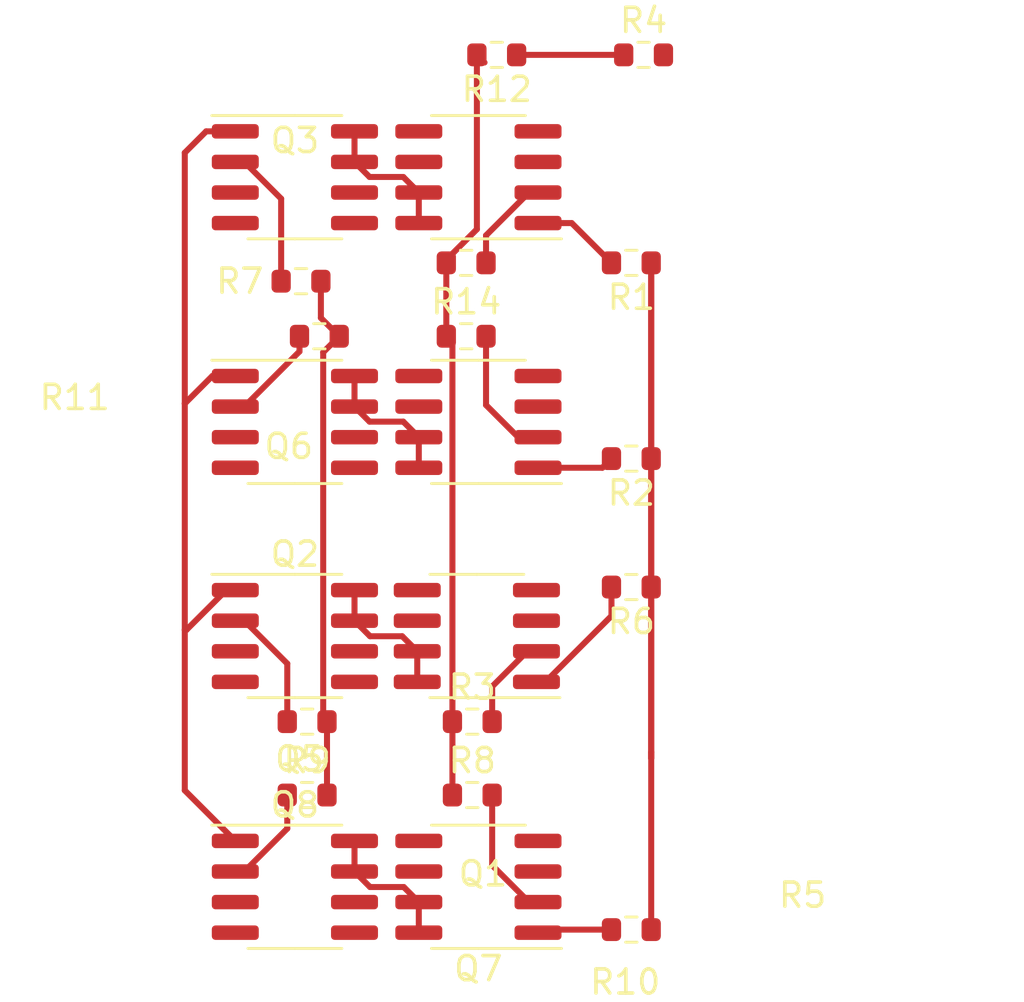
<source format=kicad_pcb>
(kicad_pcb (version 20221018) (generator pcbnew)
  (layers (0 "F.Cu" signal) (31 "B.Cu" power) (34 "B.Paste" user) (35 "F.Paste" user) (36 "B.SilkS" user "B.Silkscreen") (37 "F.SilkS" user "F.Silkscreen") (38 "B.Mask" user) (39 "F.Mask" user) (44 "Edge.Cuts" user))
  (net 0 "")
  (net 1 "Net-(Q1A-S1)")
  (net 2 "Net-(Q3A-G1)")
  (net 3 "Net-(Q3A-D1-Pad7)")
  (net 4 "Net-(Q4A-S1)")
  (net 5 "Net-(Q4A-G1)")
  (net 6 "Net-(Q5A-S1)")
  (net 7 "Net-(Q5A-G1)")
  (net 8 "Net-(Q5A-D1-Pad7)")
  (net 9 "Net-(Q6A-G1)")
  (net 10 "Net-(R1-Pad1)")
  (net 11 "GND")
  (net 12 "+5V")
  (net 13 "Net-(Q1A-G1)")
  (net 14 "Net-(Q1A-D1-Pad7)")
  (net 15 "Net-(Q2A-S1)")
  (net 16 "Net-(Q2A-G1)")
  (net 17 "Net-(Q7A-S1)")
  (net 18 "Net-(Q7A-G1)")
  (net 19 "Net-(Q7A-D1-Pad7)")
  (net 20 "Net-(Q8A-G1)")
  (footprint "Resistor_SMD:R_0603_1608Metric" (layer "F.Cu") (at 99.822 81.026 180)
    (fp_text reference "R10" (at 0.254 -2.1775) (layer "F.SilkS"))
    (fp_text value "1")
    (fp_line (start -0.237258 -0.5225) (end 0.237258 -0.5225) (stroke (width 0.12)) (layer "F.SilkS"))
    (fp_line (start -0.237258 0.5225) (end 0.237258 0.5225) (stroke (width 0.12)) (layer "F.SilkS"))
    (pad "1" smd roundrect (at -0.825 0 180) (size 0.8 0.95) (layers "F.Cu" "F.Paste" "F.Mask") (net 10 "Net-(R1-Pad1)"))
    (pad "2" smd roundrect (at 0.825 0 180) (size 0.8 0.95) (layers "F.Cu" "F.Paste" "F.Mask") (net 17 "Net-(Q7A-S1)"))
  )
  (footprint "Package_SO:SOIC-8_3.9x4.9mm_P1.27mm" (layer "F.Cu") (at 93.472 79.248 180)
    (fp_text reference "Q7" (at 0 -3.4) (layer "F.SilkS"))
    (fp_text value "FDS6898A")
    (fp_line (start 0 -2.56) (end -3.45 -2.56) (stroke (width 0.12)) (layer "F.SilkS"))
    (fp_line (start 0 -2.56) (end 1.95 -2.56) (stroke (width 0.12)) (layer "F.SilkS"))
    (fp_line (start 0 2.56) (end -1.95 2.56) (stroke (width 0.12)) (layer "F.SilkS"))
    (fp_line (start 0 2.56) (end 1.95 2.56) (stroke (width 0.12)) (layer "F.SilkS"))
    (pad "1" smd roundrect (at -2.475 -1.905 180) (size 1.95 0.6) (layers "F.Cu" "F.Paste" "F.Mask") (net 17 "Net-(Q7A-S1)"))
    (pad "2" smd roundrect (at -2.475 -0.635 180) (size 1.95 0.6) (layers "F.Cu" "F.Paste" "F.Mask") (net 18 "Net-(Q7A-G1)"))
    (pad "3" smd roundrect (at -2.475 0.635 180) (size 1.95 0.6) (layers "F.Cu" "F.Paste" "F.Mask"))
    (pad "4" smd roundrect (at -2.475 1.905 180) (size 1.95 0.6) (layers "F.Cu" "F.Paste" "F.Mask"))
    (pad "5" smd roundrect (at 2.475 1.905 180) (size 1.95 0.6) (layers "F.Cu" "F.Paste" "F.Mask"))
    (pad "6" smd roundrect (at 2.475 0.635 180) (size 1.95 0.6) (layers "F.Cu" "F.Paste" "F.Mask"))
    (pad "7" smd roundrect (at 2.475 -0.635 180) (size 1.95 0.6) (layers "F.Cu" "F.Paste" "F.Mask") (net 19 "Net-(Q7A-D1-Pad7)"))
    (pad "8" smd roundrect (at 2.475 -1.905 180) (size 1.95 0.6) (layers "F.Cu" "F.Paste" "F.Mask") (net 19 "Net-(Q7A-D1-Pad7)"))
  )
  (footprint "Resistor_SMD:R_0603_1608Metric" (layer "F.Cu") (at 99.822 66.802 180)
    (fp_text reference "R6" (at 0 -1.43) (layer "F.SilkS"))
    (fp_text value "1")
    (fp_line (start -0.237258 -0.5225) (end 0.237258 -0.5225) (stroke (width 0.12)) (layer "F.SilkS"))
    (fp_line (start -0.237258 0.5225) (end 0.237258 0.5225) (stroke (width 0.12)) (layer "F.SilkS"))
    (pad "1" smd roundrect (at -0.825 0 180) (size 0.8 0.95) (layers "F.Cu" "F.Paste" "F.Mask") (net 10 "Net-(R1-Pad1)"))
    (pad "2" smd roundrect (at 0.825 0 180) (size 0.8 0.95) (layers "F.Cu" "F.Paste" "F.Mask") (net 1 "Net-(Q1A-S1)"))
  )
  (footprint "Resistor_SMD:R_0603_1608Metric" (layer "F.Cu") (at 93.218 75.438)
    (fp_text reference "R8" (at 0 -1.43) (layer "F.SilkS"))
    (fp_text value "200")
    (fp_line (start -0.237258 -0.5225) (end 0.237258 -0.5225) (stroke (width 0.12)) (layer "F.SilkS"))
    (fp_line (start -0.237258 0.5225) (end 0.237258 0.5225) (stroke (width 0.12)) (layer "F.SilkS"))
    (pad "1" smd roundrect (at -0.825 0) (size 0.8 0.95) (layers "F.Cu" "F.Paste" "F.Mask") (net 12 "+5V"))
    (pad "2" smd roundrect (at 0.825 0) (size 0.8 0.95) (layers "F.Cu" "F.Paste" "F.Mask") (net 18 "Net-(Q7A-G1)"))
  )
  (footprint "Package_SO:SOIC-8_3.9x4.9mm_P1.27mm" (layer "F.Cu") (at 85.852 68.834)
    (fp_text reference "Q2" (at 0 -3.4) (layer "F.SilkS"))
    (fp_text value "FDS6898A")
    (fp_line (start 0 -2.56) (end -3.45 -2.56) (stroke (width 0.12)) (layer "F.SilkS"))
    (fp_line (start 0 -2.56) (end 1.95 -2.56) (stroke (width 0.12)) (layer "F.SilkS"))
    (fp_line (start 0 2.56) (end -1.95 2.56) (stroke (width 0.12)) (layer "F.SilkS"))
    (fp_line (start 0 2.56) (end 1.95 2.56) (stroke (width 0.12)) (layer "F.SilkS"))
    (pad "1" smd roundrect (at -2.475 -1.905) (size 1.95 0.6) (layers "F.Cu" "F.Paste" "F.Mask") (net 15 "Net-(Q2A-S1)"))
    (pad "2" smd roundrect (at -2.475 -0.635) (size 1.95 0.6) (layers "F.Cu" "F.Paste" "F.Mask") (net 16 "Net-(Q2A-G1)"))
    (pad "3" smd roundrect (at -2.475 0.635) (size 1.95 0.6) (layers "F.Cu" "F.Paste" "F.Mask"))
    (pad "4" smd roundrect (at -2.475 1.905) (size 1.95 0.6) (layers "F.Cu" "F.Paste" "F.Mask"))
    (pad "5" smd roundrect (at 2.475 1.905) (size 1.95 0.6) (layers "F.Cu" "F.Paste" "F.Mask"))
    (pad "6" smd roundrect (at 2.475 0.635) (size 1.95 0.6) (layers "F.Cu" "F.Paste" "F.Mask"))
    (pad "7" smd roundrect (at 2.475 -0.635) (size 1.95 0.6) (layers "F.Cu" "F.Paste" "F.Mask") (net 14 "Net-(Q1A-D1-Pad7)"))
    (pad "8" smd roundrect (at 2.475 -1.905) (size 1.95 0.6) (layers "F.Cu" "F.Paste" "F.Mask") (net 14 "Net-(Q1A-D1-Pad7)"))
  )
  (footprint "Resistor_SMD:R_0603_1608Metric" (layer "F.Cu") (at 93.218 72.39)
    (fp_text reference "R3" (at 0 -1.43) (layer "F.SilkS"))
    (fp_text value "200")
    (fp_line (start -0.237258 -0.5225) (end 0.237258 -0.5225) (stroke (width 0.12)) (layer "F.SilkS"))
    (fp_line (start -0.237258 0.5225) (end 0.237258 0.5225) (stroke (width 0.12)) (layer "F.SilkS"))
    (pad "1" smd roundrect (at -0.825 0) (size 0.8 0.95) (layers "F.Cu" "F.Paste" "F.Mask") (net 12 "+5V"))
    (pad "2" smd roundrect (at 0.825 0) (size 0.8 0.95) (layers "F.Cu" "F.Paste" "F.Mask") (net 13 "Net-(Q1A-G1)"))
  )
  (footprint "Resistor_SMD:R_0603_1608Metric" (layer "F.Cu") (at 99.822 53.34 180)
    (fp_text reference "R1" (at 0 -1.43) (layer "F.SilkS"))
    (fp_text value "1")
    (fp_line (start -0.237258 -0.5225) (end 0.237258 -0.5225) (stroke (width 0.12)) (layer "F.SilkS"))
    (fp_line (start -0.237258 0.5225) (end 0.237258 0.5225) (stroke (width 0.12)) (layer "F.SilkS"))
    (pad "1" smd roundrect (at -0.825 0 180) (size 0.8 0.95) (layers "F.Cu" "F.Paste" "F.Mask") (net 10 "Net-(R1-Pad1)"))
    (pad "2" smd roundrect (at 0.825 0 180) (size 0.8 0.95) (layers "F.Cu" "F.Paste" "F.Mask") (net 4 "Net-(Q4A-S1)"))
  )
  (footprint "Resistor_SMD:R_0603_1608Metric" (layer "F.Cu") (at 86.106 54.102)
    (fp_text reference "R7" (at -2.54 0) (layer "F.SilkS"))
    (fp_text value "200" hide)
    (fp_line (start -0.237258 -0.5225) (end 0.237258 -0.5225) (stroke (width 0.12)) (layer "F.SilkS"))
    (fp_line (start -0.237258 0.5225) (end 0.237258 0.5225) (stroke (width 0.12)) (layer "F.SilkS"))
    (pad "1" smd roundrect (at -0.825 0) (size 0.8 0.95) (layers "F.Cu" "F.Paste" "F.Mask") (net 2 "Net-(Q3A-G1)"))
    (pad "2" smd roundrect (at 0.825 0) (size 0.8 0.95) (layers "F.Cu" "F.Paste" "F.Mask") (net 12 "+5V"))
  )
  (footprint "Resistor_SMD:R_0603_1608Metric" (layer "F.Cu") (at 99.822 61.468 180)
    (fp_text reference "R2" (at 0 -1.43) (layer "F.SilkS"))
    (fp_text value "1")
    (fp_line (start -0.237258 -0.5225) (end 0.237258 -0.5225) (stroke (width 0.12)) (layer "F.SilkS"))
    (fp_line (start -0.237258 0.5225) (end 0.237258 0.5225) (stroke (width 0.12)) (layer "F.SilkS"))
    (pad "1" smd roundrect (at -0.825 0 180) (size 0.8 0.95) (layers "F.Cu" "F.Paste" "F.Mask") (net 10 "Net-(R1-Pad1)"))
    (pad "2" smd roundrect (at 0.825 0 180) (size 0.8 0.95) (layers "F.Cu" "F.Paste" "F.Mask") (net 6 "Net-(Q5A-S1)"))
  )
  (footprint "Package_SO:SOIC-8_3.9x4.9mm_P1.27mm" (layer "F.Cu") (at 85.852 59.944)
    (fp_text reference "Q6" (at -0.254 1.016 180) (layer "F.SilkS"))
    (fp_text value "FDS6898A" hide)
    (fp_line (start 0 -2.56) (end -3.45 -2.56) (stroke (width 0.12)) (layer "F.SilkS"))
    (fp_line (start 0 -2.56) (end 1.95 -2.56) (stroke (width 0.12)) (layer "F.SilkS"))
    (fp_line (start 0 2.56) (end -1.95 2.56) (stroke (width 0.12)) (layer "F.SilkS"))
    (fp_line (start 0 2.56) (end 1.95 2.56) (stroke (width 0.12)) (layer "F.SilkS"))
    (pad "1" smd roundrect (at -2.475 -1.905) (size 1.95 0.6) (layers "F.Cu" "F.Paste" "F.Mask") (net 15 "Net-(Q2A-S1)"))
    (pad "2" smd roundrect (at -2.475 -0.635) (size 1.95 0.6) (layers "F.Cu" "F.Paste" "F.Mask") (net 9 "Net-(Q6A-G1)"))
    (pad "3" smd roundrect (at -2.475 0.635) (size 1.95 0.6) (layers "F.Cu" "F.Paste" "F.Mask"))
    (pad "4" smd roundrect (at -2.475 1.905) (size 1.95 0.6) (layers "F.Cu" "F.Paste" "F.Mask"))
    (pad "5" smd roundrect (at 2.475 1.905) (size 1.95 0.6) (layers "F.Cu" "F.Paste" "F.Mask"))
    (pad "6" smd roundrect (at 2.475 0.635) (size 1.95 0.6) (layers "F.Cu" "F.Paste" "F.Mask"))
    (pad "7" smd roundrect (at 2.475 -0.635) (size 1.95 0.6) (layers "F.Cu" "F.Paste" "F.Mask") (net 8 "Net-(Q5A-D1-Pad7)"))
    (pad "8" smd roundrect (at 2.475 -1.905) (size 1.95 0.6) (layers "F.Cu" "F.Paste" "F.Mask") (net 8 "Net-(Q5A-D1-Pad7)"))
  )
  (footprint "Resistor_SMD:R_0603_1608Metric" (layer "F.Cu") (at 100.33 44.704)
    (fp_text reference "R4" (at 0 -1.43) (layer "F.SilkS"))
    (fp_text value "20k")
    (fp_line (start -0.237258 -0.5225) (end 0.237258 -0.5225) (stroke (width 0.12)) (layer "F.SilkS"))
    (fp_line (start -0.237258 0.5225) (end 0.237258 0.5225) (stroke (width 0.12)) (layer "F.SilkS"))
    (pad "1" smd roundrect (at -0.825 0) (size 0.8 0.95) (layers "F.Cu" "F.Paste" "F.Mask") (net 11 "GND"))
    (pad "2" smd roundrect (at 0.825 0) (size 0.8 0.95) (layers "F.Cu" "F.Paste" "F.Mask") (net 12 "+5V"))
  )
  (footprint "Package_SO:SOIC-8_3.9x4.9mm_P1.27mm" (layer "F.Cu") (at 85.852 49.784)
    (fp_text reference "Q3" (at 0 -1.524) (layer "F.SilkS"))
    (fp_text value "FDS6898A")
    (fp_line (start 0 -2.56) (end -3.45 -2.56) (stroke (width 0.12)) (layer "F.SilkS"))
    (fp_line (start 0 -2.56) (end 1.95 -2.56) (stroke (width 0.12)) (layer "F.SilkS"))
    (fp_line (start 0 2.56) (end -1.95 2.56) (stroke (width 0.12)) (layer "F.SilkS"))
    (fp_line (start 0 2.56) (end 1.95 2.56) (stroke (width 0.12)) (layer "F.SilkS"))
    (pad "1" smd roundrect (at -2.475 -1.905) (size 1.95 0.6) (layers "F.Cu" "F.Paste" "F.Mask") (net 15 "Net-(Q2A-S1)"))
    (pad "2" smd roundrect (at -2.475 -0.635) (size 1.95 0.6) (layers "F.Cu" "F.Paste" "F.Mask") (net 2 "Net-(Q3A-G1)"))
    (pad "3" smd roundrect (at -2.475 0.635) (size 1.95 0.6) (layers "F.Cu" "F.Paste" "F.Mask"))
    (pad "4" smd roundrect (at -2.475 1.905) (size 1.95 0.6) (layers "F.Cu" "F.Paste" "F.Mask"))
    (pad "5" smd roundrect (at 2.475 1.905) (size 1.95 0.6) (layers "F.Cu" "F.Paste" "F.Mask"))
    (pad "6" smd roundrect (at 2.475 0.635) (size 1.95 0.6) (layers "F.Cu" "F.Paste" "F.Mask"))
    (pad "7" smd roundrect (at 2.475 -0.635) (size 1.95 0.6) (layers "F.Cu" "F.Paste" "F.Mask") (net 3 "Net-(Q3A-D1-Pad7)"))
    (pad "8" smd roundrect (at 2.475 -1.905) (size 1.95 0.6) (layers "F.Cu" "F.Paste" "F.Mask") (net 3 "Net-(Q3A-D1-Pad7)"))
  )
  (footprint "Package_SO:SOIC-8_3.9x4.9mm_P1.27mm" (layer "F.Cu") (at 93.407 68.834 180)
    (fp_text reference "Q1" (at -0.254 -9.877) (layer "F.SilkS"))
    (fp_text value "FDS6898A" hide)
    (fp_line (start 0 -2.56) (end -3.45 -2.56) (stroke (width 0.12)) (layer "F.SilkS"))
    (fp_line (start 0 -2.56) (end 1.95 -2.56) (stroke (width 0.12)) (layer "F.SilkS"))
    (fp_line (start 0 2.56) (end -1.95 2.56) (stroke (width 0.12)) (layer "F.SilkS"))
    (fp_line (start 0 2.56) (end 1.95 2.56) (stroke (width 0.12)) (layer "F.SilkS"))
    (pad "1" smd roundrect (at -2.475 -1.905 180) (size 1.95 0.6) (layers "F.Cu" "F.Paste" "F.Mask") (net 1 "Net-(Q1A-S1)"))
    (pad "2" smd roundrect (at -2.475 -0.635 180) (size 1.95 0.6) (layers "F.Cu" "F.Paste" "F.Mask") (net 13 "Net-(Q1A-G1)"))
    (pad "3" smd roundrect (at -2.475 0.635 180) (size 1.95 0.6) (layers "F.Cu" "F.Paste" "F.Mask"))
    (pad "4" smd roundrect (at -2.475 1.905 180) (size 1.95 0.6) (layers "F.Cu" "F.Paste" "F.Mask"))
    (pad "5" smd roundrect (at 2.475 1.905 180) (size 1.95 0.6) (layers "F.Cu" "F.Paste" "F.Mask"))
    (pad "6" smd roundrect (at 2.475 0.635 180) (size 1.95 0.6) (layers "F.Cu" "F.Paste" "F.Mask"))
    (pad "7" smd roundrect (at 2.475 -0.635 180) (size 1.95 0.6) (layers "F.Cu" "F.Paste" "F.Mask") (net 14 "Net-(Q1A-D1-Pad7)"))
    (pad "8" smd roundrect (at 2.475 -1.905 180) (size 1.95 0.6) (layers "F.Cu" "F.Paste" "F.Mask") (net 14 "Net-(Q1A-D1-Pad7)"))
  )
  (footprint "Resistor_SMD:R_0603_1608Metric" (layer "F.Cu") (at 86.36 75.438)
    (fp_text reference "R9" (at 0 -1.43) (layer "F.SilkS"))
    (fp_text value "200")
    (fp_line (start -0.237258 -0.5225) (end 0.237258 -0.5225) (stroke (width 0.12)) (layer "F.SilkS"))
    (fp_line (start -0.237258 0.5225) (end 0.237258 0.5225) (stroke (width 0.12)) (layer "F.SilkS"))
    (pad "1" smd roundrect (at -0.825 0) (size 0.8 0.95) (layers "F.Cu" "F.Paste" "F.Mask") (net 20 "Net-(Q8A-G1)"))
    (pad "2" smd roundrect (at 0.825 0) (size 0.8 0.95) (layers "F.Cu" "F.Paste" "F.Mask") (net 12 "+5V"))
  )
  (footprint "Package_SO:SOIC-8_3.9x4.9mm_P1.27mm" (layer "F.Cu") (at 85.852 79.248)
    (fp_text reference "Q8" (at 0 -3.4) (layer "F.SilkS"))
    (fp_text value "FDS6898A")
    (fp_line (start 0 -2.56) (end -3.45 -2.56) (stroke (width 0.12)) (layer "F.SilkS"))
    (fp_line (start 0 -2.56) (end 1.95 -2.56) (stroke (width 0.12)) (layer "F.SilkS"))
    (fp_line (start 0 2.56) (end -1.95 2.56) (stroke (width 0.12)) (layer "F.SilkS"))
    (fp_line (start 0 2.56) (end 1.95 2.56) (stroke (width 0.12)) (layer "F.SilkS"))
    (pad "1" smd roundrect (at -2.475 -1.905) (size 1.95 0.6) (layers "F.Cu" "F.Paste" "F.Mask") (net 15 "Net-(Q2A-S1)"))
    (pad "2" smd roundrect (at -2.475 -0.635) (size 1.95 0.6) (layers "F.Cu" "F.Paste" "F.Mask") (net 20 "Net-(Q8A-G1)"))
    (pad "3" smd roundrect (at -2.475 0.635) (size 1.95 0.6) (layers "F.Cu" "F.Paste" "F.Mask"))
    (pad "4" smd roundrect (at -2.475 1.905) (size 1.95 0.6) (layers "F.Cu" "F.Paste" "F.Mask"))
    (pad "5" smd roundrect (at 2.475 1.905) (size 1.95 0.6) (layers "F.Cu" "F.Paste" "F.Mask"))
    (pad "6" smd roundrect (at 2.475 0.635) (size 1.95 0.6) (layers "F.Cu" "F.Paste" "F.Mask"))
    (pad "7" smd roundrect (at 2.475 -0.635) (size 1.95 0.6) (layers "F.Cu" "F.Paste" "F.Mask") (net 19 "Net-(Q7A-D1-Pad7)"))
    (pad "8" smd roundrect (at 2.475 -1.905) (size 1.95 0.6) (layers "F.Cu" "F.Paste" "F.Mask") (net 19 "Net-(Q7A-D1-Pad7)"))
  )
  (footprint "Package_SO:SOIC-8_3.9x4.9mm_P1.27mm" (layer "F.Cu") (at 93.472 59.944 180)
    (fp_text reference "Q5" (at 7.431 -13.999 180) (layer "F.SilkS"))
    (fp_text value "FDS6898A")
    (fp_line (start 0 -2.56) (end -3.45 -2.56) (stroke (width 0.12)) (layer "F.SilkS"))
    (fp_line (start 0 -2.56) (end 1.95 -2.56) (stroke (width 0.12)) (layer "F.SilkS"))
    (fp_line (start 0 2.56) (end -1.95 2.56) (stroke (width 0.12)) (layer "F.SilkS"))
    (fp_line (start 0 2.56) (end 1.95 2.56) (stroke (width 0.12)) (layer "F.SilkS"))
    (pad "1" smd roundrect (at -2.475 -1.905 180) (size 1.95 0.6) (layers "F.Cu" "F.Paste" "F.Mask") (net 6 "Net-(Q5A-S1)"))
    (pad "2" smd roundrect (at -2.475 -0.635 180) (size 1.95 0.6) (layers "F.Cu" "F.Paste" "F.Mask") (net 7 "Net-(Q5A-G1)"))
    (pad "3" smd roundrect (at -2.475 0.635 180) (size 1.95 0.6) (layers "F.Cu" "F.Paste" "F.Mask"))
    (pad "4" smd roundrect (at -2.475 1.905 180) (size 1.95 0.6) (layers "F.Cu" "F.Paste" "F.Mask"))
    (pad "5" smd roundrect (at 2.475 1.905 180) (size 1.95 0.6) (layers "F.Cu" "F.Paste" "F.Mask"))
    (pad "6" smd roundrect (at 2.475 0.635 180) (size 1.95 0.6) (layers "F.Cu" "F.Paste" "F.Mask"))
    (pad "7" smd roundrect (at 2.475 -0.635 180) (size 1.95 0.6) (layers "F.Cu" "F.Paste" "F.Mask") (net 8 "Net-(Q5A-D1-Pad7)"))
    (pad "8" smd roundrect (at 2.475 -1.905 180) (size 1.95 0.6) (layers "F.Cu" "F.Paste" "F.Mask") (net 8 "Net-(Q5A-D1-Pad7)"))
  )
  (footprint "Resistor_SMD:R_0603_1608Metric" (layer "F.Cu") (at 86.868 56.388)
    (fp_text reference "R11" (at -10.16 2.54) (layer "F.SilkS"))
    (fp_text value "200")
    (fp_line (start -0.237258 -0.5225) (end 0.237258 -0.5225) (stroke (width 0.12)) (layer "F.SilkS"))
    (fp_line (start -0.237258 0.5225) (end 0.237258 0.5225) (stroke (width 0.12)) (layer "F.SilkS"))
    (pad "1" smd roundrect (at -0.825 0) (size 0.8 0.95) (layers "F.Cu" "F.Paste" "F.Mask") (net 9 "Net-(Q6A-G1)"))
    (pad "2" smd roundrect (at 0.825 0) (size 0.8 0.95) (layers "F.Cu" "F.Paste" "F.Mask") (net 12 "+5V"))
  )
  (footprint "Package_SO:SOIC-8_3.9x4.9mm_P1.27mm" (layer "F.Cu") (at 93.472 49.784 180)
    (fp_text reference "Q4" hide)
    (fp_text value "FDS6898A")
    (fp_line (start 0 -2.56) (end -3.45 -2.56) (stroke (width 0.12)) (layer "F.SilkS"))
    (fp_line (start 0 -2.56) (end 1.95 -2.56) (stroke (width 0.12)) (layer "F.SilkS"))
    (fp_line (start 0 2.56) (end -1.95 2.56) (stroke (width 0.12)) (layer "F.SilkS"))
    (fp_line (start 0 2.56) (end 1.95 2.56) (stroke (width 0.12)) (layer "F.SilkS"))
    (pad "1" smd roundrect (at -2.475 -1.905 180) (size 1.95 0.6) (layers "F.Cu" "F.Paste" "F.Mask") (net 4 "Net-(Q4A-S1)"))
    (pad "2" smd roundrect (at -2.475 -0.635 180) (size 1.95 0.6) (layers "F.Cu" "F.Paste" "F.Mask") (net 5 "Net-(Q4A-G1)"))
    (pad "3" smd roundrect (at -2.475 0.635 180) (size 1.95 0.6) (layers "F.Cu" "F.Paste" "F.Mask"))
    (pad "4" smd roundrect (at -2.475 1.905 180) (size 1.95 0.6) (layers "F.Cu" "F.Paste" "F.Mask"))
    (pad "5" smd roundrect (at 2.475 1.905 180) (size 1.95 0.6) (layers "F.Cu" "F.Paste" "F.Mask"))
    (pad "6" smd roundrect (at 2.475 0.635 180) (size 1.95 0.6) (layers "F.Cu" "F.Paste" "F.Mask"))
    (pad "7" smd roundrect (at 2.475 -0.635 180) (size 1.95 0.6) (layers "F.Cu" "F.Paste" "F.Mask") (net 3 "Net-(Q3A-D1-Pad7)"))
    (pad "8" smd roundrect (at 2.475 -1.905 180) (size 1.95 0.6) (layers "F.Cu" "F.Paste" "F.Mask") (net 3 "Net-(Q3A-D1-Pad7)"))
  )
  (footprint "Resistor_SMD:R_0603_1608Metric" (layer "F.Cu") (at 92.964 53.34 180)
    (fp_text reference "R13" hide)
    (fp_text value "200" hide)
    (fp_line (start -0.237258 -0.5225) (end 0.237258 -0.5225) (stroke (width 0.12)) (layer "F.SilkS"))
    (fp_line (start -0.237258 0.5225) (end 0.237258 0.5225) (stroke (width 0.12)) (layer "F.SilkS"))
    (pad "1" smd roundrect (at -0.825 0 180) (size 0.8 0.95) (layers "F.Cu" "F.Paste" "F.Mask") (net 5 "Net-(Q4A-G1)"))
    (pad "2" smd roundrect (at 0.825 0 180) (size 0.8 0.95) (layers "F.Cu" "F.Paste" "F.Mask") (net 12 "+5V"))
  )
  (footprint "Resistor_SMD:R_0603_1608Metric" (layer "F.Cu") (at 92.964 56.388)
    (fp_text reference "R14" (at 0 -1.43) (layer "F.SilkS"))
    (fp_text value "200" hide)
    (fp_line (start -0.237258 -0.5225) (end 0.237258 -0.5225) (stroke (width 0.12)) (layer "F.SilkS"))
    (fp_line (start -0.237258 0.5225) (end 0.237258 0.5225) (stroke (width 0.12)) (layer "F.SilkS"))
    (pad "1" smd roundrect (at -0.825 0) (size 0.8 0.95) (layers "F.Cu" "F.Paste" "F.Mask") (net 12 "+5V"))
    (pad "2" smd roundrect (at 0.825 0) (size 0.8 0.95) (layers "F.Cu" "F.Paste" "F.Mask") (net 7 "Net-(Q5A-G1)"))
  )
  (footprint "Resistor_SMD:R_0603_1608Metric" (layer "F.Cu") (at 86.36 72.39)
    (fp_text reference "R5" (at 20.574 7.206) (layer "F.SilkS"))
    (fp_text value "200")
    (fp_line (start -0.237258 -0.5225) (end 0.237258 -0.5225) (stroke (width 0.12)) (layer "F.SilkS"))
    (fp_line (start -0.237258 0.5225) (end 0.237258 0.5225) (stroke (width 0.12)) (layer "F.SilkS"))
    (pad "1" smd roundrect (at -0.825 0) (size 0.8 0.95) (layers "F.Cu" "F.Paste" "F.Mask") (net 16 "Net-(Q2A-G1)"))
    (pad "2" smd roundrect (at 0.825 0) (size 0.8 0.95) (layers "F.Cu" "F.Paste" "F.Mask") (net 12 "+5V"))
  )
  (footprint "Resistor_SMD:R_0603_1608Metric" (layer "F.Cu") (at 94.234 44.704 180)
    (fp_text reference "R12" (at 0 -1.43) (layer "F.SilkS"))
    (fp_text value "20k")
    (fp_line (start -0.237258 -0.5225) (end 0.237258 -0.5225) (stroke (width 0.12)) (layer "F.SilkS"))
    (fp_line (start -0.237258 0.5225) (end 0.237258 0.5225) (stroke (width 0.12)) (layer "F.SilkS"))
    (pad "1" smd roundrect (at -0.825 0 180) (size 0.8 0.95) (layers "F.Cu" "F.Paste" "F.Mask") (net 11 "GND"))
    (pad "2" smd roundrect (at 0.825 0 180) (size 0.8 0.95) (layers "F.Cu" "F.Paste" "F.Mask") (net 12 "+5V"))
  )
  (segment (start 96.258751 70.739) (end 98.997 68.000751) (width 0.25) (layer "F.Cu") (net 1))
  (segment (start 98.997 68.000751) (end 98.997 66.802) (width 0.25) (layer "F.Cu") (net 1))
  (segment (start 95.882 70.739) (end 96.258751 70.739) (width 0.25) (layer "F.Cu") (net 1))
  (segment (start 83.377 49.149) (end 83.753751 49.149) (width 0.25) (layer "F.Cu") (net 2))
  (segment (start 84.201 49.149) (end 83.377 49.149) (width 0.25) (layer "F.Cu") (net 2))
  (segment (start 83.000249 49.149) (end 83.377 49.149) (width 0.25) (layer "F.Cu") (net 2))
  (segment (start 83.753751 49.149) (end 85.281 50.676249) (width 0.25) (layer "F.Cu") (net 2))
  (segment (start 85.281 50.676249) (end 85.281 54.102) (width 0.25) (layer "F.Cu") (net 2))
  (segment (start 88.327 49.149) (end 88.327 47.879) (width 0.25) (layer "F.Cu") (net 3))
  (segment (start 90.352 49.774) (end 90.997 50.419) (width 0.25) (layer "F.Cu") (net 3))
  (segment (start 88.327 49.149) (end 88.952 49.774) (width 0.25) (layer "F.Cu") (net 3))
  (segment (start 90.997 51.689) (end 90.997 50.419) (width 0.25) (layer "F.Cu") (net 3))
  (segment (start 88.952 49.774) (end 90.352 49.774) (width 0.25) (layer "F.Cu") (net 3))
  (segment (start 97.346 51.689) (end 95.947 51.689) (width 0.25) (layer "F.Cu") (net 4))
  (segment (start 98.997 53.34) (end 97.346 51.689) (width 0.25) (layer "F.Cu") (net 4))
  (segment (start 93.789 53.34) (end 93.789 52.200249) (width 0.25) (layer "F.Cu") (net 5))
  (segment (start 95.570249 50.419) (end 95.947 50.419) (width 0.25) (layer "F.Cu") (net 5))
  (segment (start 93.789 52.200249) (end 95.570249 50.419) (width 0.25) (layer "F.Cu") (net 5))
  (segment (start 95.947 61.849) (end 98.616 61.849) (width 0.25) (layer "F.Cu") (net 6))
  (segment (start 98.616 61.849) (end 98.997 61.468) (width 0.25) (layer "F.Cu") (net 6))
  (segment (start 95.123 60.579) (end 95.947 60.579) (width 0.25) (layer "F.Cu") (net 7))
  (segment (start 93.789 56.388) (end 93.789 59.245) (width 0.25) (layer "F.Cu") (net 7))
  (segment (start 93.789 59.245) (end 95.123 60.579) (width 0.25) (layer "F.Cu") (net 7))
  (segment (start 90.352 59.934) (end 90.997 60.579) (width 0.25) (layer "F.Cu") (net 8))
  (segment (start 88.327 59.309) (end 88.952 59.934) (width 0.25) (layer "F.Cu") (net 8))
  (segment (start 88.327 58.039) (end 88.327 59.309) (width 0.25) (layer "F.Cu") (net 8))
  (segment (start 90.997 60.579) (end 90.997 61.849) (width 0.25) (layer "F.Cu") (net 8))
  (segment (start 88.952 59.934) (end 90.352 59.934) (width 0.25) (layer "F.Cu") (net 8))
  (segment (start 83.753751 59.309) (end 86.043 57.019751) (width 0.25) (layer "F.Cu") (net 9))
  (segment (start 83.377 59.309) (end 83.753751 59.309) (width 0.25) (layer "F.Cu") (net 9))
  (segment (start 86.043 57.019751) (end 86.043 56.388) (width 0.25) (layer "F.Cu") (net 9))
  (segment (start 100.647 61.468) (end 100.647 66.802) (width 0.25) (layer "F.Cu") (net 10))
  (segment (start 100.647 73.914) (end 100.647 53.34) (width 0.25) (layer "F.Cu") (net 10))
  (segment (start 100.647 66.802) (end 100.647 73.66) (width 0.25) (layer "F.Cu") (net 10))
  (segment (start 100.647 73.66) (end 100.647 81.026) (width 0.25) (layer "F.Cu") (net 10))
  (segment (start 100.647 53.34) (end 100.647 61.468) (width 0.25) (layer "F.Cu") (net 10))
  (segment (start 100.647 73.66) (end 100.647 73.914) (width 0.25) (layer "F.Cu") (net 10))
  (segment (start 95.059 44.704) (end 99.505 44.704) (width 0.25) (layer "F.Cu") (net 11))
  (segment (start 87.185 72.39) (end 87.027 72.232) (width 0.25) (layer "F.Cu") (net 12))
  (segment (start 93.409 51.943853) (end 93.409 44.704) (width 0.25) (layer "F.Cu") (net 12))
  (segment (start 87.185 72.39) (end 87.185 75.438) (width 0.25) (layer "F.Cu") (net 12))
  (segment (start 92.139 53.34) (end 92.139 56.388) (width 0.25) (layer "F.Cu") (net 12))
  (segment (start 92.393 75.438) (end 92.393 72.39) (width 0.25) (layer "F.Cu") (net 12))
  (segment (start 92.139 53.213853) (end 93.409 51.943853) (width 0.25) (layer "F.Cu") (net 12))
  (segment (start 87.027 57.054) (end 87.693 56.388) (width 0.25) (layer "F.Cu") (net 12))
  (segment (start 86.931 54.102) (end 86.931 55.626) (width 0.25) (layer "F.Cu") (net 12))
  (segment (start 86.931 55.626) (end 87.693 56.388) (width 0.25) (layer "F.Cu") (net 12))
  (segment (start 92.139 53.34) (end 92.139 53.213853) (width 0.25) (layer "F.Cu") (net 12))
  (segment (start 92.393 72.39) (end 92.393 56.642) (width 0.25) (layer "F.Cu") (net 12))
  (segment (start 92.393 56.642) (end 92.139 56.388) (width 0.25) (layer "F.Cu") (net 12))
  (segment (start 87.027 72.232) (end 87.027 57.054) (width 0.25) (layer "F.Cu") (net 12))
  (segment (start 93.726 45.021) (end 93.409 44.704) (width 0.25) (layer "F.Cu") (net 12))
  (segment (start 95.505249 69.469) (end 95.882 69.469) (width 0.25) (layer "F.Cu") (net 13))
  (segment (start 94.043 70.931249) (end 95.505249 69.469) (width 0.25) (layer "F.Cu") (net 13))
  (segment (start 94.043 72.39) (end 94.043 70.931249) (width 0.25) (layer "F.Cu") (net 13))
  (segment (start 88.327 68.199) (end 88.327 66.929) (width 0.25) (layer "F.Cu") (net 14))
  (segment (start 90.932 69.469) (end 90.307 68.844) (width 0.25) (layer "F.Cu") (net 14))
  (segment (start 90.932 70.739) (end 90.932 69.469) (width 0.25) (layer "F.Cu") (net 14))
  (segment (start 90.307 68.844) (end 88.972 68.844) (width 0.25) (layer "F.Cu") (net 14))
  (segment (start 88.972 68.844) (end 88.327 68.199) (width 0.25) (layer "F.Cu") (net 14))
  (segment (start 83.377 77.343) (end 81.28 75.246) (width 0.25) (layer "F.Cu") (net 15))
  (segment (start 83.000249 66.929) (end 81.349249 68.58) (width 0.25) (layer "F.Cu") (net 15))
  (segment (start 81.28 59.182) (end 81.28 68.58) (width 0.25) (layer "F.Cu") (net 15))
  (segment (start 83.377 77.343) (end 83.000249 77.343) (width 0.25) (layer "F.Cu") (net 15))
  (segment (start 83.377 66.929) (end 83.000249 66.929) (width 0.25) (layer "F.Cu") (net 15))
  (segment (start 83.377 58.039) (end 82.423 58.039) (width 0.25) (layer "F.Cu") (net 15))
  (segment (start 81.349249 68.58) (end 81.28 68.58) (width 0.25) (layer "F.Cu") (net 15))
  (segment (start 81.28 48.768) (end 81.28 59.182) (width 0.25) (layer "F.Cu") (net 15))
  (segment (start 83.377 47.879) (end 82.169 47.879) (width 0.25) (layer "F.Cu") (net 15))
  (segment (start 82.169 47.879) (end 81.28 48.768) (width 0.25) (layer "F.Cu") (net 15))
  (segment (start 81.28 75.246) (end 81.28 68.58) (width 0.25) (layer "F.Cu") (net 15))
  (segment (start 82.423 58.039) (end 81.28 59.182) (width 0.25) (layer "F.Cu") (net 15))
  (segment (start 85.535 69.980249) (end 83.753751 68.199) (width 0.25) (layer "F.Cu") (net 16))
  (segment (start 83.753751 68.199) (end 83.377 68.199) (width 0.25) (layer "F.Cu") (net 16))
  (segment (start 85.535 72.39) (end 85.535 69.980249) (width 0.25) (layer "F.Cu") (net 16))
  (segment (start 96.074 81.026) (end 95.947 81.153) (width 0.25) (layer "F.Cu") (net 17))
  (segment (start 98.997 81.026) (end 96.074 81.026) (width 0.25) (layer "F.Cu") (net 17))
  (segment (start 95.570249 79.883) (end 95.947 79.883) (width 0.25) (layer "F.Cu") (net 18))
  (segment (start 94.043 75.438) (end 94.043 78.355751) (width 0.25) (layer "F.Cu") (net 18))
  (segment (start 94.043 78.355751) (end 95.570249 79.883) (width 0.25) (layer "F.Cu") (net 18))
  (segment (start 90.997 79.883) (end 90.372 79.258) (width 0.25) (layer "F.Cu") (net 19))
  (segment (start 88.327 77.343) (end 88.327 78.613) (width 0.25) (layer "F.Cu") (net 19))
  (segment (start 88.972 79.258) (end 88.327 78.613) (width 0.25) (layer "F.Cu") (net 19))
  (segment (start 90.997 81.153) (end 90.997 79.883) (width 0.25) (layer "F.Cu") (net 19))
  (segment (start 90.372 79.258) (end 88.972 79.258) (width 0.25) (layer "F.Cu") (net 19))
  (segment (start 85.535 76.831751) (end 83.753751 78.613) (width 0.25) (layer "F.Cu") (net 20))
  (segment (start 85.535 75.438) (end 85.535 76.831751) (width 0.25) (layer "F.Cu") (net 20))
  (segment (start 83.753751 78.613) (end 83.377 78.613) (width 0.25) (layer "F.Cu") (net 20))
)
</source>
